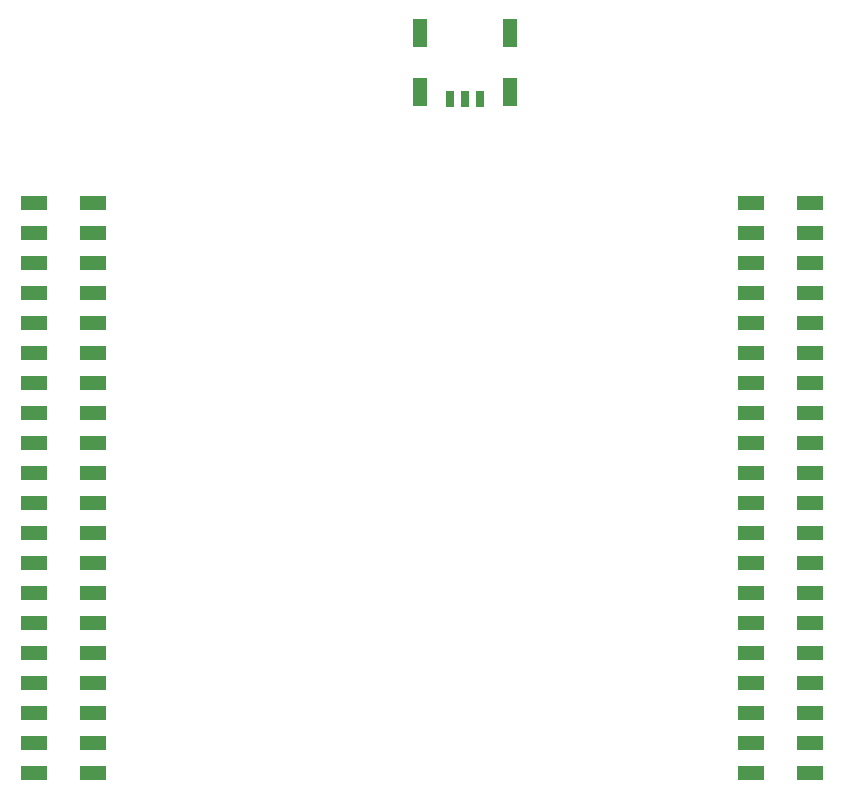
<source format=gbp>
G04*
G04 #@! TF.GenerationSoftware,Altium Limited,Altium Designer,23.11.1 (41)*
G04*
G04 Layer_Color=128*
%FSLAX25Y25*%
%MOIN*%
G70*
G04*
G04 #@! TF.SameCoordinates,EDA3D6F7-09F2-47E2-B7B7-C676C2FB399E*
G04*
G04*
G04 #@! TF.FilePolarity,Positive*
G04*
G01*
G75*
%ADD64R,0.09016X0.05000*%
%ADD65R,0.04724X0.09449*%
%ADD66R,0.03150X0.05512*%
D64*
X291941Y261800D02*
D03*
Y251800D02*
D03*
Y241800D02*
D03*
Y231800D02*
D03*
Y221800D02*
D03*
Y211800D02*
D03*
Y201800D02*
D03*
Y191800D02*
D03*
Y181800D02*
D03*
Y171800D02*
D03*
Y151800D02*
D03*
Y141800D02*
D03*
Y131800D02*
D03*
Y121800D02*
D03*
Y111800D02*
D03*
Y101800D02*
D03*
Y91800D02*
D03*
Y161800D02*
D03*
X272059Y261800D02*
D03*
Y251800D02*
D03*
Y241800D02*
D03*
Y231800D02*
D03*
Y221800D02*
D03*
Y211800D02*
D03*
Y201800D02*
D03*
Y191800D02*
D03*
Y181800D02*
D03*
Y171800D02*
D03*
Y161800D02*
D03*
Y151800D02*
D03*
Y121800D02*
D03*
Y91800D02*
D03*
Y101800D02*
D03*
Y111800D02*
D03*
Y141800D02*
D03*
Y131800D02*
D03*
X291941Y81800D02*
D03*
X272059D02*
D03*
X291941Y271800D02*
D03*
X272059D02*
D03*
X33059Y221800D02*
D03*
Y211800D02*
D03*
Y201800D02*
D03*
Y191800D02*
D03*
Y181800D02*
D03*
Y171800D02*
D03*
Y161800D02*
D03*
Y151800D02*
D03*
Y121800D02*
D03*
Y111800D02*
D03*
Y91800D02*
D03*
Y101800D02*
D03*
Y141800D02*
D03*
Y131800D02*
D03*
Y261800D02*
D03*
X52941D02*
D03*
Y251800D02*
D03*
Y241800D02*
D03*
Y231800D02*
D03*
Y221800D02*
D03*
Y211800D02*
D03*
Y201800D02*
D03*
Y191800D02*
D03*
Y181800D02*
D03*
Y171800D02*
D03*
Y161800D02*
D03*
Y151800D02*
D03*
Y141800D02*
D03*
Y131800D02*
D03*
Y121800D02*
D03*
Y111800D02*
D03*
Y101800D02*
D03*
Y91800D02*
D03*
X33059Y251800D02*
D03*
Y241800D02*
D03*
Y231800D02*
D03*
Y271800D02*
D03*
X52941D02*
D03*
X33059Y81800D02*
D03*
X52941D02*
D03*
D65*
X191720Y308812D02*
D03*
Y328497D02*
D03*
X161957D02*
D03*
Y308812D02*
D03*
D66*
X171838Y306647D02*
D03*
X176838D02*
D03*
X181838D02*
D03*
M02*

</source>
